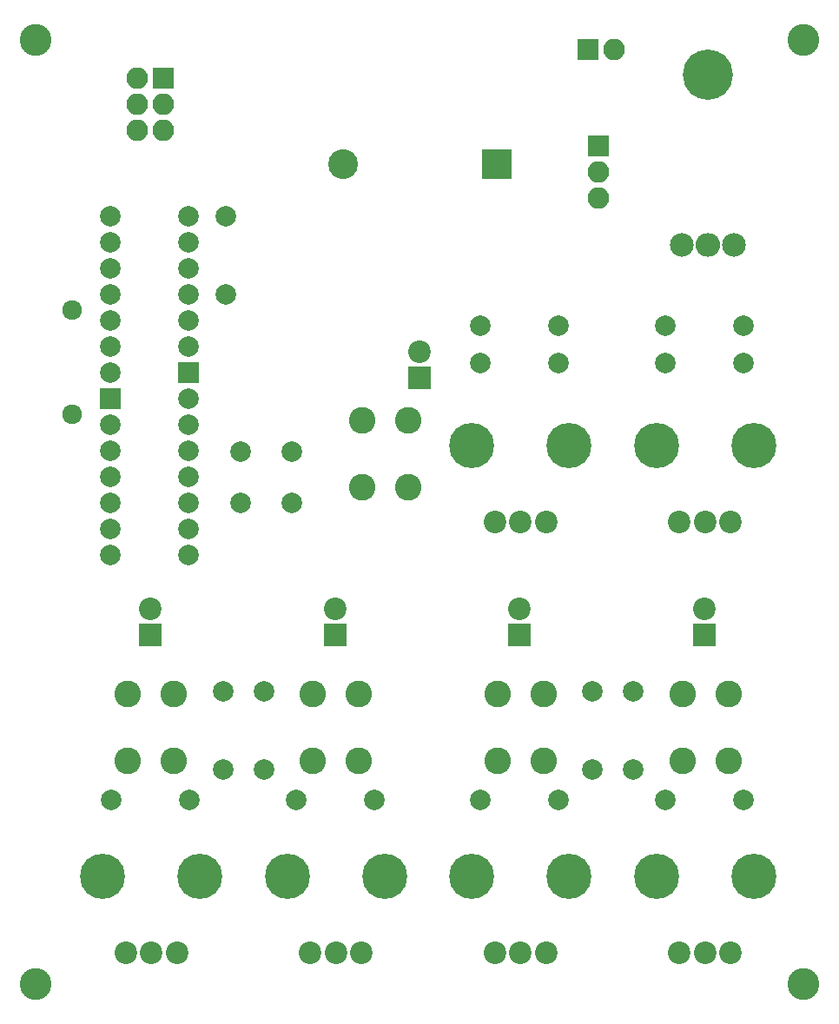
<source format=gbr>
G04 #@! TF.GenerationSoftware,KiCad,Pcbnew,(5.1.6)-1*
G04 #@! TF.CreationDate,2020-12-01T12:35:28-05:00*
G04 #@! TF.ProjectId,Synth,53796e74-682e-46b6-9963-61645f706362,rev?*
G04 #@! TF.SameCoordinates,Original*
G04 #@! TF.FileFunction,Soldermask,Top*
G04 #@! TF.FilePolarity,Negative*
%FSLAX46Y46*%
G04 Gerber Fmt 4.6, Leading zero omitted, Abs format (unit mm)*
G04 Created by KiCad (PCBNEW (5.1.6)-1) date 2020-12-01 12:35:28*
%MOMM*%
%LPD*%
G01*
G04 APERTURE LIST*
%ADD10C,4.900000*%
%ADD11C,2.305000*%
%ADD12O,2.400000X2.305000*%
%ADD13C,2.600000*%
%ADD14C,3.100000*%
%ADD15C,2.000000*%
%ADD16C,4.400000*%
%ADD17C,2.200000*%
%ADD18R,2.200000X2.200000*%
%ADD19O,2.100000X2.100000*%
%ADD20R,2.100000X2.100000*%
%ADD21C,1.924000*%
%ADD22C,2.900000*%
%ADD23R,2.900000X2.900000*%
%ADD24R,2.000000X2.000000*%
G04 APERTURE END LIST*
D10*
X96520000Y-31346000D03*
D11*
X93980000Y-48006000D03*
D12*
X96520000Y-48006000D03*
D11*
X99060000Y-48006000D03*
D13*
X67274000Y-65076000D03*
X67274000Y-71576000D03*
X62774000Y-65076000D03*
X62774000Y-71576000D03*
D14*
X105840000Y-120000000D03*
X105840000Y-28000000D03*
X31000000Y-28000000D03*
X31000000Y-120000000D03*
D15*
X50956000Y-68152000D03*
X55956000Y-68152000D03*
X55956000Y-73152000D03*
X50956000Y-73152000D03*
D16*
X46996000Y-109500000D03*
X37496000Y-109500000D03*
D17*
X44746000Y-117000000D03*
X42246000Y-117000000D03*
X39746000Y-117000000D03*
X57746000Y-117000000D03*
X60246000Y-117000000D03*
X62746000Y-117000000D03*
D16*
X55496000Y-109500000D03*
X64996000Y-109500000D03*
X82996000Y-109500000D03*
X73496000Y-109500000D03*
D17*
X80746000Y-117000000D03*
X78246000Y-117000000D03*
X75746000Y-117000000D03*
X93746000Y-117000000D03*
X96246000Y-117000000D03*
X98746000Y-117000000D03*
D16*
X91496000Y-109500000D03*
X100996000Y-109500000D03*
X82996000Y-67500000D03*
X73496000Y-67500000D03*
D17*
X80746000Y-75000000D03*
X78246000Y-75000000D03*
X75746000Y-75000000D03*
X93746000Y-75000000D03*
X96246000Y-75000000D03*
X98746000Y-75000000D03*
D16*
X91496000Y-67500000D03*
X100996000Y-67500000D03*
D17*
X42166000Y-83468000D03*
D18*
X42166000Y-86008000D03*
D17*
X60166000Y-83468000D03*
D18*
X60166000Y-86008000D03*
D17*
X78166000Y-83468000D03*
D18*
X78166000Y-86008000D03*
X96166000Y-86008000D03*
D17*
X96166000Y-83468000D03*
D18*
X68420000Y-60960000D03*
D17*
X68420000Y-58420000D03*
D19*
X87376000Y-28956000D03*
D20*
X84836000Y-28956000D03*
D21*
X34544000Y-64516000D03*
X34544000Y-54356000D03*
D22*
X60920000Y-40132000D03*
D23*
X75920000Y-40132000D03*
D15*
X45974000Y-102088000D03*
X38354000Y-102088000D03*
X63976000Y-102088000D03*
X56356000Y-102088000D03*
X74356000Y-102088000D03*
X81976000Y-102088000D03*
X92356000Y-102088000D03*
X99976000Y-102088000D03*
X74356000Y-59492000D03*
X81976000Y-59492000D03*
X99976000Y-59492000D03*
X92356000Y-59492000D03*
X49530000Y-45212000D03*
X49530000Y-52832000D03*
X92356000Y-55880000D03*
X99976000Y-55880000D03*
X49246000Y-99112000D03*
X49246000Y-91492000D03*
X53246000Y-99112000D03*
X53246000Y-91492000D03*
X85246000Y-99112000D03*
X85246000Y-91492000D03*
X89246000Y-91492000D03*
X89246000Y-99112000D03*
X74356000Y-55880000D03*
X81976000Y-55880000D03*
D13*
X44414000Y-91750000D03*
X44414000Y-98250000D03*
X39914000Y-91750000D03*
X39914000Y-98250000D03*
X57948000Y-98250000D03*
X57948000Y-91750000D03*
X62448000Y-98250000D03*
X62448000Y-91750000D03*
X80482000Y-91750000D03*
X80482000Y-98250000D03*
X75982000Y-91750000D03*
X75982000Y-98250000D03*
X94016000Y-98250000D03*
X94016000Y-91750000D03*
X98516000Y-98250000D03*
X98516000Y-91750000D03*
D15*
X45832000Y-78232000D03*
X45832000Y-75692000D03*
X45832000Y-73152000D03*
X45832000Y-70612000D03*
X45832000Y-68072000D03*
X45832000Y-65532000D03*
X45832000Y-62992000D03*
D24*
X45832000Y-60452000D03*
D15*
X45832000Y-57912000D03*
X45832000Y-55372000D03*
X45832000Y-52832000D03*
X45832000Y-50292000D03*
X45832000Y-47752000D03*
X45832000Y-45212000D03*
X38212000Y-45212000D03*
X38212000Y-47752000D03*
X38212000Y-50292000D03*
X38212000Y-52832000D03*
X38212000Y-55372000D03*
X38212000Y-57912000D03*
X38212000Y-60452000D03*
D24*
X38212000Y-62992000D03*
D15*
X38212000Y-65532000D03*
X38212000Y-68072000D03*
X38212000Y-70612000D03*
X38212000Y-73152000D03*
X38212000Y-75692000D03*
X38212000Y-78232000D03*
D20*
X85852000Y-38354000D03*
D19*
X85852000Y-40894000D03*
X85852000Y-43434000D03*
D20*
X43434000Y-31750000D03*
D19*
X40894000Y-31750000D03*
X43434000Y-34290000D03*
X40894000Y-34290000D03*
X43434000Y-36830000D03*
X40894000Y-36830000D03*
M02*

</source>
